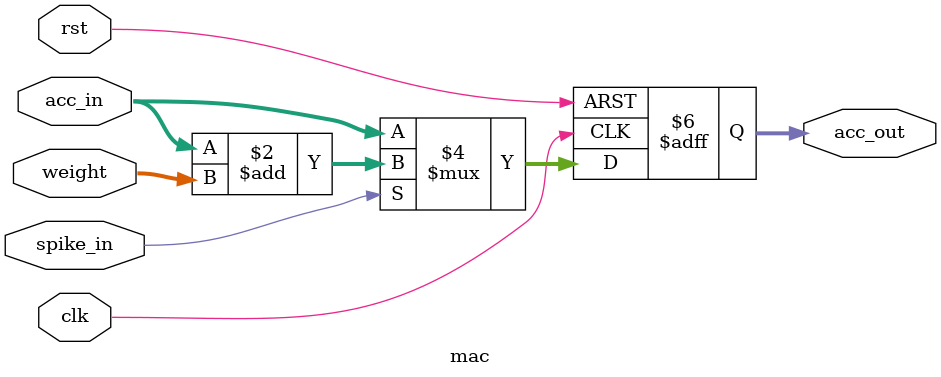
<source format=v>
module mac (
    input clk,
    input rst,
    input spike_in,                 // 1-bit input
    input signed [7:0] weight,      // 8-bit signed weight
    input signed [15:0] acc_in,     // current membrane potential
    output reg signed [15:0] acc_out // updated potential
);

always @(posedge clk or posedge rst) begin
    if (rst)
        acc_out <= 0;
    else if (spike_in)
        acc_out <= acc_in + weight;
    else
        acc_out <= acc_in;
end

endmodule


</source>
